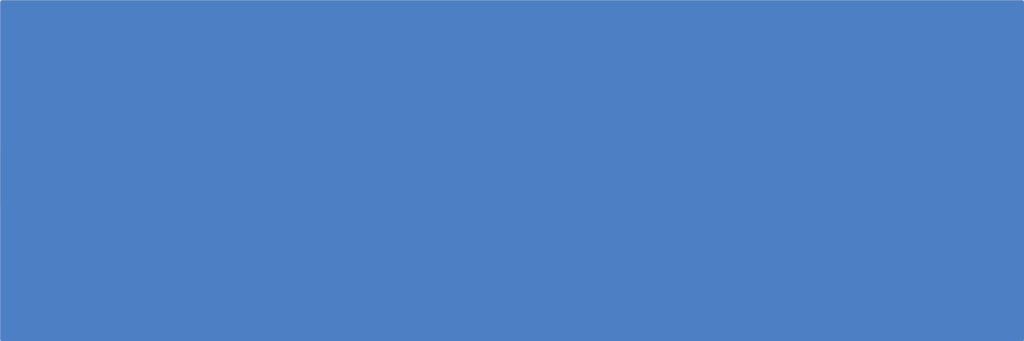
<source format=kicad_pcb>
(kicad_pcb (version 20211014) (generator pcbnew)

  (general
    (thickness 1.636)
  )

  (paper "A4")
  (title_block
    (title "Antenne MW ODMR [g=0.2mm]")
    (rev "v02")
    (company "IEMN - Centrale Lille")
    (comment 1 "Auteur : Noé Pigret")
  )

  (layers
    (0 "F.Cu" signal)
    (31 "B.Cu" signal)
    (40 "Dwgs.User" user "User.Drawings")
    (41 "Cmts.User" user "User.Comments")
    (42 "Eco1.User" user "User.Eco1")
    (43 "Eco2.User" user "User.Eco2")
    (44 "Edge.Cuts" user)
    (45 "Margin" user)
    (46 "B.CrtYd" user "B.Courtyard")
    (47 "F.CrtYd" user "F.Courtyard")
    (50 "User.1" user)
    (51 "User.2" user)
    (52 "User.3" user)
    (53 "User.4" user)
    (54 "User.5" user)
    (55 "User.6" user)
    (56 "User.7" user)
    (57 "User.8" user)
    (58 "User.9" user)
  )

  (setup
    (stackup
      (layer "F.Cu" (type "copper") (thickness 0.018))
      (layer "dielectric 1" (type "core") (thickness 1.6) (material "FR4") (epsilon_r 4.3) (loss_tangent 0.03))
      (layer "B.Cu" (type "copper") (thickness 0.018))
      (copper_finish "None")
      (dielectric_constraints no)
    )
    (pad_to_mask_clearance 0)
    (grid_origin 150 100)
    (pcbplotparams
      (layerselection 0x0001000_ffffffff)
      (disableapertmacros false)
      (usegerberextensions false)
      (usegerberattributes true)
      (usegerberadvancedattributes false)
      (creategerberjobfile true)
      (svguseinch false)
      (svgprecision 6)
      (excludeedgelayer true)
      (plotframeref false)
      (viasonmask false)
      (mode 1)
      (useauxorigin true)
      (hpglpennumber 1)
      (hpglpenspeed 20)
      (hpglpendiameter 15.000000)
      (dxfpolygonmode true)
      (dxfimperialunits true)
      (dxfusepcbnewfont true)
      (psnegative false)
      (psa4output false)
      (plotreference false)
      (plotvalue false)
      (plotinvisibletext false)
      (sketchpadsonfab false)
      (subtractmaskfromsilk false)
      (outputformat 1)
      (mirror false)
      (drillshape 0)
      (scaleselection 1)
      (outputdirectory "../gerbers/")
    )
  )

  (net 0 "")

  (gr_rect (start 120 90) (end 180 110) (layer "Edge.Cuts") (width 0.01) (fill none) (tstamp 1e357a2c-13d9-4b3a-81bb-8eb3eec10ed5))

  (zone (net 0) (net_name "") (layer "F.Cu") (tstamp 602447ef-7f3b-4399-b3fb-a4ad8ef0cfe7) (hatch none 0.508)
    (connect_pads (clearance 0))
    (min_thickness 0.254) (filled_areas_thickness no)
    (fill yes (thermal_gap 0.508) (thermal_bridge_width 0.508))
    (polygon
      (pts
        (xy 157.014898 100)
        (xy 156.996086 99.486974)
        (xy 156.939752 98.976703)
        (xy 156.846197 98.471929)
        (xy 156.715925 97.975362)
        (xy 156.549636 97.489669)
        (xy 156.348221 97.017459)
        (xy 156.112764 96.561269)
        (xy 155.844528 96.123549)
        (xy 155.544955 95.706649)
        (xy 155.215654 95.312808)
        (xy 154.858392 94.944143)
        (xy 154.47509 94.602633)
        (xy 154.067806 94.290113)
        (xy 153.638726 94.008261)
        (xy 153.190157 93.75859)
        (xy 152.724507 93.542443)
        (xy 152.244277 93.360979)
        (xy 151.752047 93.215174)
        (xy 151.250461 93.10581)
        (xy 150.742211 93.033476)
        (xy 150.230029 92.998558)
        (xy 149.716665 93.001246)
        (xy 149.204877 93.041525)
        (xy 148.697413 93.119178)
        (xy 148.196999 93.233788)
        (xy 147.706323 93.38474)
        (xy 147.22802 93.571222)
        (xy 146.764659 93.792234)
        (xy 146.318728 94.046588)
        (xy 145.892624 94.332918)
        (xy 145.488635 94.649687)
        (xy 145.10893 94.995192)
        (xy 144.755548 95.367578)
        (xy 144.430389 95.764845)
        (xy 144.135198 96.184859)
        (xy 143.871561 96.625365)
        (xy 143.640894 97.083996)
        (xy 143.444435 97.558288)
        (xy 143.283241 98.045696)
        (xy 143.158176 98.5436)
        (xy 143.069912 99.049326)
        (xy 143.018925 99.560159)
        (xy 143.01 99.9)
        (xy 152.84 99.9)
        (xy 152.86 99.79)
        (xy 152.9 99.65)
        (xy 152.97 99.49)
        (xy 153.063302 99.35)
        (xy 153.16 99.24)
        (xy 153.24 99.17)
        (xy 153.39 99.07)
        (xy 153.55 99)
        (xy 153.7 98.96)
        (xy 153.86 98.94)
        (xy 153.98 98.94)
        (xy 154.14 98.97)
        (xy 154.26 99.003931)
        (xy 154.37 99.048924)
        (xy 154.48 99.11)
        (xy 154.63 99.23)
        (xy 154.72 99.33)
        (xy 154.78 99.41)
        (xy 154.85 99.53)
        (xy 154.9 99.65)
        (xy 154.93802 99.79)
        (xy 154.96 99.96)
        (xy 154.95802 100.050132)
        (xy 154.94 100.2)
        (xy 154.91 100.32)
        (xy 154.84 100.489858)
        (xy 154.760571 100.62)
        (xy 154.69 100.71)
        (xy 154.56013 100.83)
        (xy 154.33 100.97)
        (xy 154.11 101.04)
        (xy 153.890138 101.06)
        (xy 153.75 101.05)
        (xy 153.58 101.01)
        (xy 153.45 100.96)
        (xy 153.34 100.9)
        (xy 153.22 100.811127)
        (xy 153.09 100.68)
        (xy 153.01 100.58)
        (xy 152.92 100.4)
        (xy 152.88 100.29)
        (xy 152.859486 100.2)
        (xy 152.84 100.1)
        (xy 143.01 100.1)
        (xy 120.01 98.72)
        (xy 120.01 102.02)
        (xy 143.01 100.64)
        (xy 143.04 100.64)
        (xy 143.091344 101.07)
        (xy 143.190179 101.599575)
        (xy 143.325644 102.09475)
        (xy 143.497011 102.578675)
        (xy 143.703359 103.048749)
        (xy 143.94358 103.502449)
        (xy 144.216385 103.937337)
        (xy 144.520307 104.351077)
        (xy 144.853715 104.741447)
        (xy 145.214817 105.106351)
        (xy 145.601675 105.443828)
        (xy 146.01221 105.752066)
        (xy 146.444217 106.02941)
        (xy 146.895376 106.27437)
        (xy 147.363264 106.485629)
        (xy 147.845367 106.662054)
        (xy 148.339097 106.802697)
        (xy 148.841802 106.906802)
        (xy 149.350781 106.97381)
        (xy 149.8633 107.003362)
        (xy 150.376608 106.995298)
        (xy 150.887947 106.949662)
        (xy 151.39457 106.8667)
        (xy 151.893756 106.746856)
        (xy 152.382825 106.590774)
        (xy 152.859149 106.399293)
        (xy 153.32017 106.173441)
        (xy 153.763412 105.914431)
        (xy 154.186494 105.623655)
        (xy 154.587145 105.302673)
        (xy 154.963211 104.953211)
        (xy 155.312673 104.577145)
        (xy 155.633655 104.176494)
        (xy 155.924431 103.753412)
        (xy 156.183441 103.31017)
        (xy 156.409293 102.849149)
        (xy 156.600774 102.372825)
        (xy 156.756856 101.883756)
        (xy 156.8767 101.38457)
        (xy 156.959662 100.877947)
        (xy 157.005298 100.366608)
      )
    )
    (filled_polygon
      (layer "F.Cu")
      (island)
      (pts
        (xy 150.234632 92.998872)
        (xy 150.405945 93.010551)
        (xy 150.737599 93.033162)
        (xy 150.746782 93.034127)
        (xy 151.040975 93.075996)
        (xy 151.24589 93.10516)
        (xy 151.254962 93.106791)
        (xy 151.747548 93.214193)
        (xy 151.756476 93.216486)
        (xy 152.239849 93.359667)
        (xy 152.248588 93.362608)
        (xy 152.303565 93.383382)
        (xy 152.720184 93.54081)
        (xy 152.728696 93.544388)
        (xy 153.185973 93.756648)
        (xy 153.194201 93.760841)
        (xy 153.634693 94.006016)
        (xy 153.642568 94.010785)
        (xy 153.700997 94.049165)
        (xy 154.063943 94.287576)
        (xy 154.07147 94.292925)
        (xy 154.471432 94.599826)
        (xy 154.478546 94.605712)
        (xy 154.854946 94.941073)
        (xy 154.861597 94.94745)
        (xy 155.212442 95.309493)
        (xy 155.218621 95.316356)
        (xy 155.541987 95.703099)
        (xy 155.547647 95.710395)
        (xy 155.841831 96.119796)
        (xy 155.846941 96.127487)
        (xy 156.110351 96.557331)
        (xy 156.114881 96.565371)
        (xy 156.204376 96.738765)
        (xy 156.346105 97.01336)
        (xy 156.350036 97.021715)
        (xy 156.547821 97.485415)
        (xy 156.551131 97.494037)
        (xy 156.714427 97.970987)
        (xy 156.717096 97.979826)
        (xy 156.845026 98.467465)
        (xy 156.84704 98.476477)
        (xy 156.93891 98.972161)
        (xy 156.940259 98.981297)
        (xy 156.995579 99.482385)
        (xy 156.996255 99.491594)
        (xy 157.001922 99.646125)
        (xy 157.013432 99.96)
        (xy 157.014753 99.996034)
        (xy 157.014795 100.003936)
        (xy 157.006519 100.32)
        (xy 157.005402 100.362654)
        (xy 157.004947 100.370543)
        (xy 156.977116 100.682385)
        (xy 156.960073 100.873341)
        (xy 156.958916 100.882502)
        (xy 156.877447 101.380008)
        (xy 156.875622 101.38906)
        (xy 156.757932 101.879273)
        (xy 156.755448 101.888167)
        (xy 156.602178 102.368425)
        (xy 156.59905 102.377113)
        (xy 156.411016 102.844863)
        (xy 156.407272 102.853275)
        (xy 156.185463 103.306042)
        (xy 156.181123 103.314136)
        (xy 156.073463 103.498375)
        (xy 155.926759 103.749428)
        (xy 155.921811 103.757224)
        (xy 155.636273 104.172685)
        (xy 155.630767 104.180099)
        (xy 155.315559 104.573542)
        (xy 155.309531 104.580526)
        (xy 154.966337 104.949847)
        (xy 154.959847 104.956337)
        (xy 154.590532 105.299526)
        (xy 154.583542 105.305559)
        (xy 154.190099 105.620767)
        (xy 154.182685 105.626273)
        (xy 153.767224 105.911811)
        (xy 153.759428 105.916759)
        (xy 153.324136 106.171123)
        (xy 153.316042 106.175463)
        (xy 152.863275 106.397272)
        (xy 152.854863 106.401016)
        (xy 152.387113 106.58905)
        (xy 152.378425 106.592178)
        (xy 151.898167 106.745448)
        (xy 151.889273 106.747932)
        (xy 151.39906 106.865622)
        (xy 151.390008 106.867447)
        (xy 150.892502 106.948916)
        (xy 150.883341 106.950073)
        (xy 150.795887 106.957878)
        (xy 150.381196 106.994889)
        (xy 150.371994 106.99537)
        (xy 150.114294 106.999419)
        (xy 149.867925 107.003289)
        (xy 149.858693 107.003096)
        (xy 149.438195 106.97885)
        (xy 149.355391 106.974076)
        (xy 149.346203 106.973207)
        (xy 149.096291 106.940306)
        (xy 148.846383 106.907405)
        (xy 148.837278 106.905865)
        (xy 148.343618 106.803633)
        (xy 148.33465 106.80143)
        (xy 147.849816 106.663321)
        (xy 147.841034 106.660468)
        (xy 147.626862 106.582092)
        (xy 147.367595 106.487214)
        (xy 147.359065 106.483733)
        (xy 146.899584 106.27627)
        (xy 146.891313 106.272164)
        (xy 146.448272 106.031611)
        (xy 146.440324 106.02691)
        (xy 146.016101 105.754564)
        (xy 146.008518 105.749294)
        (xy 145.60537 105.446602)
        (xy 145.598194 105.440791)
        (xy 145.218304 105.109393)
        (xy 145.211572 105.103072)
        (xy 144.856964 104.74473)
        (xy 144.850714 104.737933)
        (xy 144.523308 104.354591)
        (xy 144.517572 104.347354)
        (xy 144.219115 103.941054)
        (xy 144.213925 103.933416)
        (xy 143.946041 103.506372)
        (xy 143.941424 103.498375)
        (xy 143.705515 103.05282)
        (xy 143.701511 103.044539)
        (xy 143.498866 102.5829)
        (xy 143.495473 102.574331)
        (xy 143.327184 102.099099)
        (xy 143.324423 102.090287)
        (xy 143.305195 102.02)
        (xy 143.19155 101.604586)
        (xy 143.189224 101.594459)
        (xy 143.092104 101.07407)
        (xy 143.090854 101.065893)
        (xy 143.042148 100.657989)
        (xy 143.04 100.64)
        (xy 143.01 100.64)
        (xy 131.575825 101.32605)
        (xy 120.143546 102.011987)
        (xy 120.07435 101.996101)
        (xy 120.024727 101.945326)
        (xy 120.01 101.886213)
        (xy 120.01 98.853787)
        (xy 120.030002 98.785666)
        (xy 120.083658 98.739173)
        (xy 120.143546 98.728013)
        (xy 130.2142 99.332252)
        (xy 143.01 100.1)
        (xy 152.736214 100.1)
        (xy 152.804335 100.120002)
        (xy 152.850828 100.173658)
        (xy 152.859452 100.199824)
        (xy 152.859486 100.2)
        (xy 152.88 100.29)
        (xy 152.92 100.4)
        (xy 153.01 100.58)
        (xy 153.09 100.68)
        (xy 153.22 100.811127)
        (xy 153.34 100.9)
        (xy 153.45 100.96)
        (xy 153.58 101.01)
        (xy 153.584157 101.010978)
        (xy 153.584163 101.01098)
        (xy 153.745098 101.048847)
        (xy 153.745103 101.048848)
        (xy 153.75 101.05)
        (xy 153.755027 101.050359)
        (xy 153.755029 101.050359)
        (xy 153.783331 101.052378)
        (xy 153.890138 101.06)
        (xy 153.895216 101.059538)
        (xy 153.895221 101.059538)
        (xy 154.103178 101.040621)
        (xy 154.103182 101.04062)
        (xy 154.11 101.04)
        (xy 154.33 100.97)
        (xy 154.56013 100.83)
        (xy 154.580556 100.811127)
        (xy 154.686293 100.713425)
        (xy 154.69 100.71)
        (xy 154.760571 100.62)
        (xy 154.84 100.489858)
        (xy 154.878433 100.3966)
        (xy 154.908245 100.324258)
        (xy 154.91 100.32)
        (xy 154.94 100.2)
        (xy 154.943168 100.173658)
        (xy 154.957653 100.053185)
        (xy 154.957653 100.053183)
        (xy 154.95802 100.050132)
        (xy 154.96 99.96)
        (xy 154.93802 99.79)
        (xy 154.9 99.65)
        (xy 154.85 99.53)
        (xy 154.827597 99.491594)
        (xy 154.781834 99.413144)
        (xy 154.78 99.41)
        (xy 154.72 99.33)
        (xy 154.701183 99.309092)
        (xy 154.633442 99.233824)
        (xy 154.633439 99.233821)
        (xy 154.63 99.23)
        (xy 154.48 99.11)
        (xy 154.379011 99.053927)
        (xy 154.373257 99.050732)
        (xy 154.373252 99.050729)
        (xy 154.37 99.048924)
        (xy 154.26 99.003931)
        (xy 154.256584 99.002965)
        (xy 154.256578 99.002963)
        (xy 154.142741 98.970775)
        (xy 154.14274 98.970775)
        (xy 154.14 98.97)
        (xy 153.98 98.94)
        (xy 153.86 98.94)
        (xy 153.856121 98.940485)
        (xy 153.856119 98.940485)
        (xy 153.704264 98.959467)
        (xy 153.7 98.96)
        (xy 153.637364 98.976703)
        (xy 153.554622 98.998767)
        (xy 153.554616 98.998769)
        (xy 153.55 99)
        (xy 153.487073 99.027531)
        (xy 153.395075 99.067779)
        (xy 153.395069 99.067782)
        (xy 153.39 99.07)
        (xy 153.385394 99.073071)
        (xy 153.385388 99.073074)
        (xy 153.290752 99.136165)
        (xy 153.24 99.17)
        (xy 153.16 99.24)
        (xy 153.157278 99.243097)
        (xy 153.066074 99.346846)
        (xy 153.06607 99.346851)
        (xy 153.063302 99.35)
        (xy 152.97 99.49)
        (xy 152.9 99.65)
        (xy 152.86 99.79)
        (xy 152.859447 99.793039)
        (xy 152.859447 99.793041)
        (xy 152.858811 99.796538)
        (xy 152.826947 99.859982)
        (xy 152.76584 99.896128)
        (xy 152.734843 99.9)
        (xy 143.139353 99.9)
        (xy 143.071232 99.879998)
        (xy 143.024739 99.826342)
        (xy 143.013396 99.770692)
        (xy 143.018804 99.564766)
        (xy 143.019384 99.55556)
        (xy 143.069453 99.053927)
        (xy 143.070706 99.044778)
        (xy 143.157382 98.548152)
        (xy 143.159302 98.53912)
        (xy 143.282115 98.050179)
        (xy 143.284691 98.041311)
        (xy 143.306502 97.975362)
        (xy 143.442986 97.562669)
        (xy 143.446204 97.554017)
        (xy 143.639126 97.088264)
        (xy 143.64297 97.079868)
        (xy 143.672218 97.021715)
        (xy 143.869491 96.629481)
        (xy 143.873936 96.621396)
        (xy 144.132826 96.188822)
        (xy 144.13785 96.181085)
        (xy 144.17552 96.127487)
        (xy 144.427734 95.768623)
        (xy 144.433317 95.761268)
        (xy 144.752622 95.371153)
        (xy 144.758729 95.364226)
        (xy 145.105745 94.998549)
        (xy 145.112342 94.992088)
        (xy 145.48522 94.652795)
        (xy 145.492273 94.646835)
        (xy 145.888988 94.335769)
        (xy 145.896459 94.330341)
        (xy 146.314893 94.049165)
        (xy 146.322741 94.044299)
        (xy 146.381485 94.010792)
        (xy 146.760653 93.794519)
        (xy 146.768835 93.790242)
        (xy 146.839267 93.756648)
        (xy 146.875262 93.739479)
        (xy 147.223851 93.573211)
        (xy 147.232325 93.569544)
        (xy 147.702018 93.386419)
        (xy 147.710739 93.383382)
        (xy 148.047091 93.279906)
        (xy 148.19259 93.235144)
        (xy 148.201498 93.232758)
        (xy 148.505665 93.163094)
        (xy 148.692912 93.120209)
        (xy 148.701982 93.118479)
        (xy 148.904899 93.087428)
        (xy 149.200307 93.042224)
        (xy 149.209468 93.041164)
        (xy 149.460771 93.021385)
        (xy 149.712068 93.001608)
        (xy 149.721294 93.001222)
        (xy 149.997709 92.999774)
        (xy 150.225413 92.998582)
      )
    )
  )
  (zone (net 0) (net_name "") (layer "B.Cu") (tstamp ce35cfa7-5e94-4854-8cda-c7bd40db61b9) (hatch none 0.508)
    (connect_pads (clearance 0))
    (min_thickness 0.254) (filled_areas_thickness no)
    (fill yes (thermal_gap 0.508) (thermal_bridge_width 0.508))
    (polygon
      (pts
        (xy 180 110)
        (xy 120 110)
        (xy 120 90)
        (xy 180 90)
      )
    )
    (filled_polygon
      (layer "B.Cu")
      (island)
      (pts
        (xy 179.941121 90.021002)
        (xy 179.987614 90.074658)
        (xy 179.999 90.127)
        (xy 179.999 109.873)
        (xy 179.978998 109.941121)
        (xy 179.925342 109.987614)
        (xy 179.873 109.999)
        (xy 120.127 109.999)
        (xy 120.058879 109.978998)
        (xy 120.012386 109.925342)
        (xy 120.001 109.873)
        (xy 120.001 90.127)
        (xy 120.021002 90.058879)
        (xy 120.074658 90.012386)
        (xy 120.127 90.001)
        (xy 179.873 90.001)
      )
    )
  )
)

</source>
